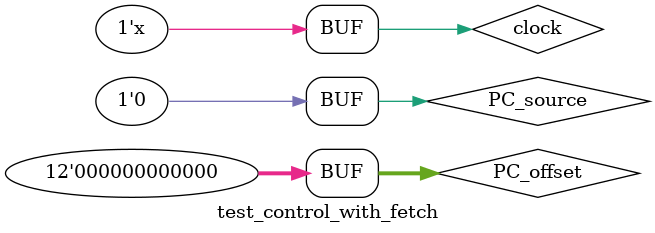
<source format=v>
`timescale 1ns / 1ps


module test_control_with_fetch;

	// Inputs
	wire [15:0] IR;

	//wire [15:0] IRR;
	
	reg clock;
	reg PC_source;
	reg [11:0] PC_offset;

	// Outputs
	wire [2:0] reg_read_adr1;
	wire [2:0] reg_read_adr2;
	wire [2:0] reg_write_adr_d;
	wire reg_write_d;
	wire ALU_source2_d;
	wire [7:0] ALU_con_d;
	wire [15:0] offset_register;
	wire mem_write_d;
	wire mem_to_reg_d;
	wire branch_d;
	wire [3:0] branch_condition_d;
	wire IEN;

	// Instantiate the Unit Under Test (UUT)
	control_unit uut (
		.IR(IR), 
		.reg_read_adr1(reg_read_adr1), 
		.reg_read_adr2(reg_read_adr2), 
		.reg_write_adr_d(reg_write_adr_d), 
		.reg_write_d(reg_write_d), 
		.ALU_source2_d(ALU_source2_d), 
		.ALU_con_d(ALU_con_d), 
		.offset_register(offset_register), 
		.mem_write_d(mem_write_d), 
		.mem_to_reg_d(mem_to_reg_d), 
		.branch_d(branch_d), 
		.branch_condition_d(branch_condition_d), 
		.IEN(IEN)
	);


	IR_fetch uutfetch (
		.clock(clock), 
		.PC_source(PC_source), 
		.PC_offset(PC_offset), 
		.IR(IR)
	);

	initial begin
		// Initialize Inputs
		clock = 0;
		PC_source = 0;
		PC_offset = 0;

		// Wait 100 ns for global reset to finish
		//#100;
        
		// Add stimulus here

	end
	
	always #1 clock = !clock;
endmodule


</source>
